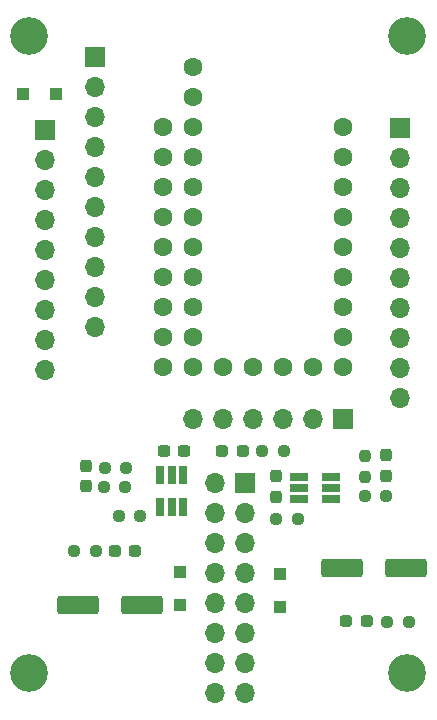
<source format=gbr>
%TF.GenerationSoftware,KiCad,Pcbnew,8.0.2*%
%TF.CreationDate,2024-06-07T02:26:32+03:00*%
%TF.ProjectId,switch emergent,73776974-6368-4206-956d-657267656e74,rev?*%
%TF.SameCoordinates,Original*%
%TF.FileFunction,Soldermask,Top*%
%TF.FilePolarity,Negative*%
%FSLAX46Y46*%
G04 Gerber Fmt 4.6, Leading zero omitted, Abs format (unit mm)*
G04 Created by KiCad (PCBNEW 8.0.2) date 2024-06-07 02:26:32*
%MOMM*%
%LPD*%
G01*
G04 APERTURE LIST*
G04 Aperture macros list*
%AMRoundRect*
0 Rectangle with rounded corners*
0 $1 Rounding radius*
0 $2 $3 $4 $5 $6 $7 $8 $9 X,Y pos of 4 corners*
0 Add a 4 corners polygon primitive as box body*
4,1,4,$2,$3,$4,$5,$6,$7,$8,$9,$2,$3,0*
0 Add four circle primitives for the rounded corners*
1,1,$1+$1,$2,$3*
1,1,$1+$1,$4,$5*
1,1,$1+$1,$6,$7*
1,1,$1+$1,$8,$9*
0 Add four rect primitives between the rounded corners*
20,1,$1+$1,$2,$3,$4,$5,0*
20,1,$1+$1,$4,$5,$6,$7,0*
20,1,$1+$1,$6,$7,$8,$9,0*
20,1,$1+$1,$8,$9,$2,$3,0*%
G04 Aperture macros list end*
%ADD10RoundRect,0.250000X1.500000X0.550000X-1.500000X0.550000X-1.500000X-0.550000X1.500000X-0.550000X0*%
%ADD11RoundRect,0.237500X0.287500X0.237500X-0.287500X0.237500X-0.287500X-0.237500X0.287500X-0.237500X0*%
%ADD12R,0.650000X1.560000*%
%ADD13RoundRect,0.250000X-1.500000X-0.550000X1.500000X-0.550000X1.500000X0.550000X-1.500000X0.550000X0*%
%ADD14RoundRect,0.237500X-0.250000X-0.237500X0.250000X-0.237500X0.250000X0.237500X-0.250000X0.237500X0*%
%ADD15C,1.600000*%
%ADD16RoundRect,0.250000X0.300000X-0.300000X0.300000X0.300000X-0.300000X0.300000X-0.300000X-0.300000X0*%
%ADD17RoundRect,0.237500X0.250000X0.237500X-0.250000X0.237500X-0.250000X-0.237500X0.250000X-0.237500X0*%
%ADD18R,1.700000X1.700000*%
%ADD19O,1.700000X1.700000*%
%ADD20R,1.560000X0.650000*%
%ADD21C,3.200000*%
%ADD22RoundRect,0.237500X-0.237500X0.300000X-0.237500X-0.300000X0.237500X-0.300000X0.237500X0.300000X0*%
%ADD23RoundRect,0.237500X-0.237500X0.250000X-0.237500X-0.250000X0.237500X-0.250000X0.237500X0.250000X0*%
%ADD24RoundRect,0.237500X0.300000X0.237500X-0.300000X0.237500X-0.300000X-0.237500X0.300000X-0.237500X0*%
%ADD25RoundRect,0.250000X0.300000X0.300000X-0.300000X0.300000X-0.300000X-0.300000X0.300000X-0.300000X0*%
%ADD26RoundRect,0.237500X0.237500X-0.287500X0.237500X0.287500X-0.237500X0.287500X-0.237500X-0.287500X0*%
%ADD27RoundRect,0.237500X-0.287500X-0.237500X0.287500X-0.237500X0.287500X0.237500X-0.287500X0.237500X0*%
G04 APERTURE END LIST*
D10*
%TO.C,C4*%
X69500000Y-114200000D03*
X64100000Y-114200000D03*
%TD*%
D11*
%TO.C,D1*%
X88587500Y-115600000D03*
X86837500Y-115600000D03*
%TD*%
D12*
%TO.C,U2*%
X73000000Y-103200000D03*
X72050000Y-103200000D03*
X71100000Y-103200000D03*
X71100000Y-105900000D03*
X72050000Y-105900000D03*
X73000000Y-105900000D03*
%TD*%
D13*
%TO.C,C3*%
X86500000Y-111100000D03*
X91900000Y-111100000D03*
%TD*%
D14*
%TO.C,R8*%
X79700000Y-101150000D03*
X81525000Y-101150000D03*
%TD*%
%TO.C,R11*%
X66287500Y-104200000D03*
X68112500Y-104200000D03*
%TD*%
%TO.C,R2*%
X66400000Y-102600000D03*
X68225000Y-102600000D03*
%TD*%
D15*
%TO.C,U3*%
X86600000Y-73700000D03*
X86600000Y-76240000D03*
X86600000Y-78780000D03*
X86600000Y-81320000D03*
X86600000Y-83860000D03*
X86600000Y-86400000D03*
X86600000Y-88940000D03*
X86600000Y-91480000D03*
X86600000Y-94020000D03*
X84060000Y-94020000D03*
X81520000Y-94020000D03*
X78980000Y-94020000D03*
X76440000Y-94020000D03*
X73900000Y-94020000D03*
X71360000Y-94020000D03*
X71360000Y-91480000D03*
X73900000Y-91480000D03*
X73900000Y-88940000D03*
X73900000Y-86400000D03*
X73900000Y-83860000D03*
X73900000Y-81320000D03*
X73900000Y-78780000D03*
X73900000Y-76240000D03*
X73900000Y-73700000D03*
X73900000Y-71160000D03*
X71360000Y-88940000D03*
X71360000Y-86400000D03*
X71360000Y-83860000D03*
X71360000Y-81320000D03*
X71360000Y-78780000D03*
X71360000Y-76240000D03*
X71360000Y-73700000D03*
X73900000Y-68620000D03*
%TD*%
D16*
%TO.C,D7*%
X81260000Y-114400000D03*
X81260000Y-111600000D03*
%TD*%
D17*
%TO.C,R4*%
X69412500Y-106650000D03*
X67587500Y-106650000D03*
%TD*%
D18*
%TO.C,J5*%
X91350000Y-73860000D03*
D19*
X91350000Y-76400000D03*
X91350000Y-78940000D03*
X91350000Y-81480000D03*
X91350000Y-84020000D03*
X91350000Y-86560000D03*
X91350000Y-89100000D03*
X91350000Y-91640000D03*
X91350000Y-94180000D03*
X91350000Y-96720000D03*
%TD*%
D20*
%TO.C,U1*%
X82850000Y-103350000D03*
X82850000Y-104300000D03*
X82850000Y-105250000D03*
X85550000Y-105250000D03*
X85550000Y-104300000D03*
X85550000Y-103350000D03*
%TD*%
D21*
%TO.C,REF\u002A\u002A*%
X60000000Y-66000000D03*
%TD*%
%TO.C,REF\u002A\u002A*%
X92000000Y-120000000D03*
%TD*%
D22*
%TO.C,C1*%
X80850000Y-103325000D03*
X80850000Y-105050000D03*
%TD*%
D18*
%TO.C,J3*%
X61300000Y-73960000D03*
D19*
X61300000Y-76500000D03*
X61300000Y-79040000D03*
X61300000Y-81580000D03*
X61300000Y-84120000D03*
X61300000Y-86660000D03*
X61300000Y-89200000D03*
X61300000Y-91740000D03*
X61300000Y-94280000D03*
%TD*%
D18*
%TO.C,J4*%
X65600000Y-67770000D03*
D19*
X65600000Y-70310000D03*
X65600000Y-72850000D03*
X65600000Y-75390000D03*
X65600000Y-77930000D03*
X65600000Y-80470000D03*
X65600000Y-83010000D03*
X65600000Y-85550000D03*
X65600000Y-88090000D03*
X65600000Y-90630000D03*
%TD*%
D23*
%TO.C,R1*%
X88400000Y-101575000D03*
X88400000Y-103400000D03*
%TD*%
D18*
%TO.C,J2*%
X86580000Y-98500000D03*
D19*
X84040000Y-98500000D03*
X81500000Y-98500000D03*
X78960000Y-98500000D03*
X76420000Y-98500000D03*
X73880000Y-98500000D03*
%TD*%
D21*
%TO.C,REF\u002A\u002A*%
X92000000Y-66000000D03*
%TD*%
D24*
%TO.C,C2*%
X73100000Y-101200000D03*
X71375000Y-101200000D03*
%TD*%
D25*
%TO.C,D9*%
X62300000Y-70950000D03*
X59500000Y-70950000D03*
%TD*%
D17*
%TO.C,R10*%
X90212500Y-105000000D03*
X88387500Y-105000000D03*
%TD*%
D21*
%TO.C,REF\u002A\u002A*%
X60000000Y-120000000D03*
%TD*%
D18*
%TO.C,J1*%
X78300000Y-103860000D03*
D19*
X75760000Y-103860000D03*
X78300000Y-106400000D03*
X75760000Y-106400000D03*
X78300000Y-108940000D03*
X75760000Y-108940000D03*
X78300000Y-111480000D03*
X75760000Y-111480000D03*
X78300000Y-114020000D03*
X75760000Y-114020000D03*
X78300000Y-116560000D03*
X75760000Y-116560000D03*
X78300000Y-119100000D03*
X75760000Y-119100000D03*
X78300000Y-121640000D03*
X75760000Y-121640000D03*
%TD*%
D16*
%TO.C,D8*%
X72750000Y-114200000D03*
X72750000Y-111400000D03*
%TD*%
D26*
%TO.C,D5*%
X90200000Y-103275000D03*
X90200000Y-101525000D03*
%TD*%
D11*
%TO.C,D4*%
X78075000Y-101150000D03*
X76325000Y-101150000D03*
%TD*%
D26*
%TO.C,D6*%
X64800000Y-104150000D03*
X64800000Y-102400000D03*
%TD*%
D17*
%TO.C,R3*%
X82725000Y-106900000D03*
X80900000Y-106900000D03*
%TD*%
D14*
%TO.C,R5*%
X90287500Y-115650000D03*
X92112500Y-115650000D03*
%TD*%
D27*
%TO.C,D2*%
X67225000Y-109600000D03*
X68975000Y-109600000D03*
%TD*%
D17*
%TO.C,R6*%
X65625000Y-109600000D03*
X63800000Y-109600000D03*
%TD*%
M02*

</source>
